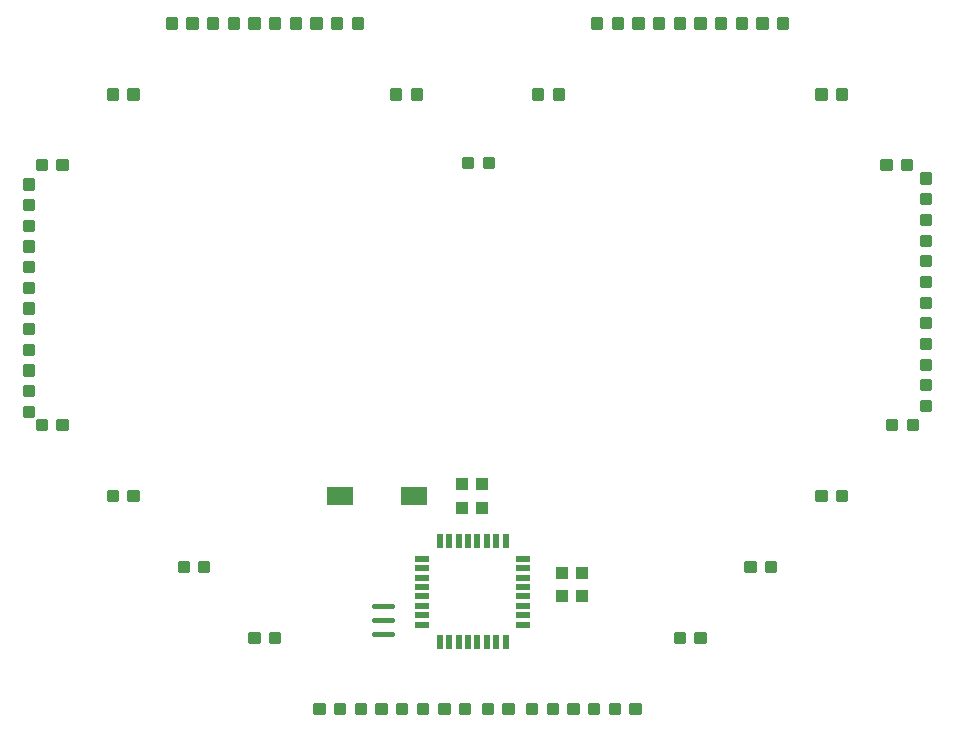
<source format=gtp>
G75*
%MOIN*%
%OFA0B0*%
%FSLAX25Y25*%
%IPPOS*%
%LPD*%
%AMOC8*
5,1,8,0,0,1.08239X$1,22.5*
%
%ADD10C,0.01181*%
%ADD11C,0.01772*%
%ADD12R,0.04331X0.03937*%
%ADD13R,0.05000X0.02200*%
%ADD14R,0.02200X0.05000*%
%ADD15R,0.09055X0.06299*%
D10*
X0084165Y0074427D02*
X0084165Y0077183D01*
X0084165Y0074427D02*
X0081409Y0074427D01*
X0081409Y0077183D01*
X0084165Y0077183D01*
X0084165Y0075607D02*
X0081409Y0075607D01*
X0081409Y0076787D02*
X0084165Y0076787D01*
X0091071Y0077183D02*
X0091071Y0074427D01*
X0088315Y0074427D01*
X0088315Y0077183D01*
X0091071Y0077183D01*
X0091071Y0075607D02*
X0088315Y0075607D01*
X0088315Y0076787D02*
X0091071Y0076787D01*
X0105819Y0053561D02*
X0105819Y0050805D01*
X0103063Y0050805D01*
X0103063Y0053561D01*
X0105819Y0053561D01*
X0105819Y0051985D02*
X0103063Y0051985D01*
X0103063Y0053165D02*
X0105819Y0053165D01*
X0112724Y0053561D02*
X0112724Y0050805D01*
X0109968Y0050805D01*
X0109968Y0053561D01*
X0112724Y0053561D01*
X0112724Y0051985D02*
X0109968Y0051985D01*
X0109968Y0053165D02*
X0112724Y0053165D01*
X0119598Y0053561D02*
X0119598Y0050805D01*
X0116842Y0050805D01*
X0116842Y0053561D01*
X0119598Y0053561D01*
X0119598Y0051985D02*
X0116842Y0051985D01*
X0116842Y0053165D02*
X0119598Y0053165D01*
X0126504Y0053561D02*
X0126504Y0050805D01*
X0123748Y0050805D01*
X0123748Y0053561D01*
X0126504Y0053561D01*
X0126504Y0051985D02*
X0123748Y0051985D01*
X0123748Y0053165D02*
X0126504Y0053165D01*
X0133378Y0053561D02*
X0133378Y0050805D01*
X0130622Y0050805D01*
X0130622Y0053561D01*
X0133378Y0053561D01*
X0133378Y0051985D02*
X0130622Y0051985D01*
X0130622Y0053165D02*
X0133378Y0053165D01*
X0140284Y0053561D02*
X0140284Y0050805D01*
X0137528Y0050805D01*
X0137528Y0053561D01*
X0140284Y0053561D01*
X0140284Y0051985D02*
X0137528Y0051985D01*
X0137528Y0053165D02*
X0140284Y0053165D01*
X0147512Y0053561D02*
X0147512Y0050805D01*
X0144756Y0050805D01*
X0144756Y0053561D01*
X0147512Y0053561D01*
X0147512Y0051985D02*
X0144756Y0051985D01*
X0144756Y0053165D02*
X0147512Y0053165D01*
X0154417Y0053561D02*
X0154417Y0050805D01*
X0151661Y0050805D01*
X0151661Y0053561D01*
X0154417Y0053561D01*
X0154417Y0051985D02*
X0151661Y0051985D01*
X0151661Y0053165D02*
X0154417Y0053165D01*
X0161882Y0053561D02*
X0161882Y0050805D01*
X0159126Y0050805D01*
X0159126Y0053561D01*
X0161882Y0053561D01*
X0161882Y0051985D02*
X0159126Y0051985D01*
X0159126Y0053165D02*
X0161882Y0053165D01*
X0168787Y0053561D02*
X0168787Y0050805D01*
X0166031Y0050805D01*
X0166031Y0053561D01*
X0168787Y0053561D01*
X0168787Y0051985D02*
X0166031Y0051985D01*
X0166031Y0053165D02*
X0168787Y0053165D01*
X0176685Y0053561D02*
X0176685Y0050805D01*
X0173929Y0050805D01*
X0173929Y0053561D01*
X0176685Y0053561D01*
X0176685Y0051985D02*
X0173929Y0051985D01*
X0173929Y0053165D02*
X0176685Y0053165D01*
X0183591Y0053561D02*
X0183591Y0050805D01*
X0180835Y0050805D01*
X0180835Y0053561D01*
X0183591Y0053561D01*
X0183591Y0051985D02*
X0180835Y0051985D01*
X0180835Y0053165D02*
X0183591Y0053165D01*
X0190465Y0053561D02*
X0190465Y0050805D01*
X0187709Y0050805D01*
X0187709Y0053561D01*
X0190465Y0053561D01*
X0190465Y0051985D02*
X0187709Y0051985D01*
X0187709Y0053165D02*
X0190465Y0053165D01*
X0197370Y0053561D02*
X0197370Y0050805D01*
X0194614Y0050805D01*
X0194614Y0053561D01*
X0197370Y0053561D01*
X0197370Y0051985D02*
X0194614Y0051985D01*
X0194614Y0053165D02*
X0197370Y0053165D01*
X0204244Y0053561D02*
X0204244Y0050805D01*
X0201488Y0050805D01*
X0201488Y0053561D01*
X0204244Y0053561D01*
X0204244Y0051985D02*
X0201488Y0051985D01*
X0201488Y0053165D02*
X0204244Y0053165D01*
X0211150Y0053561D02*
X0211150Y0050805D01*
X0208394Y0050805D01*
X0208394Y0053561D01*
X0211150Y0053561D01*
X0211150Y0051985D02*
X0208394Y0051985D01*
X0208394Y0053165D02*
X0211150Y0053165D01*
X0225898Y0074427D02*
X0225898Y0077183D01*
X0225898Y0074427D02*
X0223142Y0074427D01*
X0223142Y0077183D01*
X0225898Y0077183D01*
X0225898Y0075607D02*
X0223142Y0075607D01*
X0223142Y0076787D02*
X0225898Y0076787D01*
X0232803Y0077183D02*
X0232803Y0074427D01*
X0230047Y0074427D01*
X0230047Y0077183D01*
X0232803Y0077183D01*
X0232803Y0075607D02*
X0230047Y0075607D01*
X0230047Y0076787D02*
X0232803Y0076787D01*
X0249520Y0098049D02*
X0249520Y0100805D01*
X0249520Y0098049D02*
X0246764Y0098049D01*
X0246764Y0100805D01*
X0249520Y0100805D01*
X0249520Y0099229D02*
X0246764Y0099229D01*
X0246764Y0100409D02*
X0249520Y0100409D01*
X0256425Y0100805D02*
X0256425Y0098049D01*
X0253669Y0098049D01*
X0253669Y0100805D01*
X0256425Y0100805D01*
X0256425Y0099229D02*
X0253669Y0099229D01*
X0253669Y0100409D02*
X0256425Y0100409D01*
X0273142Y0121671D02*
X0273142Y0124427D01*
X0273142Y0121671D02*
X0270386Y0121671D01*
X0270386Y0124427D01*
X0273142Y0124427D01*
X0273142Y0122851D02*
X0270386Y0122851D01*
X0270386Y0124031D02*
X0273142Y0124031D01*
X0280047Y0124427D02*
X0280047Y0121671D01*
X0277291Y0121671D01*
X0277291Y0124427D01*
X0280047Y0124427D01*
X0280047Y0122851D02*
X0277291Y0122851D01*
X0277291Y0124031D02*
X0280047Y0124031D01*
X0296764Y0145293D02*
X0296764Y0148049D01*
X0296764Y0145293D02*
X0294008Y0145293D01*
X0294008Y0148049D01*
X0296764Y0148049D01*
X0296764Y0146473D02*
X0294008Y0146473D01*
X0294008Y0147653D02*
X0296764Y0147653D01*
X0303669Y0148049D02*
X0303669Y0145293D01*
X0300913Y0145293D01*
X0300913Y0148049D01*
X0303669Y0148049D01*
X0303669Y0146473D02*
X0300913Y0146473D01*
X0300913Y0147653D02*
X0303669Y0147653D01*
X0305335Y0154439D02*
X0308091Y0154439D01*
X0308091Y0151683D01*
X0305335Y0151683D01*
X0305335Y0154439D01*
X0305335Y0152863D02*
X0308091Y0152863D01*
X0308091Y0154043D02*
X0305335Y0154043D01*
X0305335Y0161345D02*
X0308091Y0161345D01*
X0308091Y0158589D01*
X0305335Y0158589D01*
X0305335Y0161345D01*
X0305335Y0159769D02*
X0308091Y0159769D01*
X0308091Y0160949D02*
X0305335Y0160949D01*
X0305335Y0168219D02*
X0308091Y0168219D01*
X0308091Y0165463D01*
X0305335Y0165463D01*
X0305335Y0168219D01*
X0305335Y0166643D02*
X0308091Y0166643D01*
X0308091Y0167823D02*
X0305335Y0167823D01*
X0305335Y0175124D02*
X0308091Y0175124D01*
X0308091Y0172368D01*
X0305335Y0172368D01*
X0305335Y0175124D01*
X0305335Y0173548D02*
X0308091Y0173548D01*
X0308091Y0174728D02*
X0305335Y0174728D01*
X0305335Y0181998D02*
X0308091Y0181998D01*
X0308091Y0179242D01*
X0305335Y0179242D01*
X0305335Y0181998D01*
X0305335Y0180422D02*
X0308091Y0180422D01*
X0308091Y0181602D02*
X0305335Y0181602D01*
X0305335Y0188904D02*
X0308091Y0188904D01*
X0308091Y0186148D01*
X0305335Y0186148D01*
X0305335Y0188904D01*
X0305335Y0187328D02*
X0308091Y0187328D01*
X0308091Y0188508D02*
X0305335Y0188508D01*
X0305335Y0195778D02*
X0308091Y0195778D01*
X0308091Y0193022D01*
X0305335Y0193022D01*
X0305335Y0195778D01*
X0305335Y0194202D02*
X0308091Y0194202D01*
X0308091Y0195382D02*
X0305335Y0195382D01*
X0305335Y0202683D02*
X0308091Y0202683D01*
X0308091Y0199927D01*
X0305335Y0199927D01*
X0305335Y0202683D01*
X0305335Y0201107D02*
X0308091Y0201107D01*
X0308091Y0202287D02*
X0305335Y0202287D01*
X0305335Y0209557D02*
X0308091Y0209557D01*
X0308091Y0206801D01*
X0305335Y0206801D01*
X0305335Y0209557D01*
X0305335Y0207981D02*
X0308091Y0207981D01*
X0308091Y0209161D02*
X0305335Y0209161D01*
X0305335Y0216463D02*
X0308091Y0216463D01*
X0308091Y0213707D01*
X0305335Y0213707D01*
X0305335Y0216463D01*
X0305335Y0214887D02*
X0308091Y0214887D01*
X0308091Y0216067D02*
X0305335Y0216067D01*
X0305335Y0223337D02*
X0308091Y0223337D01*
X0308091Y0220581D01*
X0305335Y0220581D01*
X0305335Y0223337D01*
X0305335Y0221761D02*
X0308091Y0221761D01*
X0308091Y0222941D02*
X0305335Y0222941D01*
X0305335Y0230242D02*
X0308091Y0230242D01*
X0308091Y0227486D01*
X0305335Y0227486D01*
X0305335Y0230242D01*
X0305335Y0228666D02*
X0308091Y0228666D01*
X0308091Y0229846D02*
X0305335Y0229846D01*
X0298945Y0231907D02*
X0298945Y0234663D01*
X0301701Y0234663D01*
X0301701Y0231907D01*
X0298945Y0231907D01*
X0298945Y0233087D02*
X0301701Y0233087D01*
X0301701Y0234267D02*
X0298945Y0234267D01*
X0292039Y0234663D02*
X0292039Y0231907D01*
X0292039Y0234663D02*
X0294795Y0234663D01*
X0294795Y0231907D01*
X0292039Y0231907D01*
X0292039Y0233087D02*
X0294795Y0233087D01*
X0294795Y0234267D02*
X0292039Y0234267D01*
X0277291Y0255529D02*
X0277291Y0258285D01*
X0280047Y0258285D01*
X0280047Y0255529D01*
X0277291Y0255529D01*
X0277291Y0256709D02*
X0280047Y0256709D01*
X0280047Y0257889D02*
X0277291Y0257889D01*
X0270386Y0258285D02*
X0270386Y0255529D01*
X0270386Y0258285D02*
X0273142Y0258285D01*
X0273142Y0255529D01*
X0270386Y0255529D01*
X0270386Y0256709D02*
X0273142Y0256709D01*
X0273142Y0257889D02*
X0270386Y0257889D01*
X0257606Y0279152D02*
X0257606Y0281908D01*
X0260362Y0281908D01*
X0260362Y0279152D01*
X0257606Y0279152D01*
X0257606Y0280332D02*
X0260362Y0280332D01*
X0260362Y0281512D02*
X0257606Y0281512D01*
X0250701Y0281908D02*
X0250701Y0279152D01*
X0250701Y0281908D02*
X0253457Y0281908D01*
X0253457Y0279152D01*
X0250701Y0279152D01*
X0250701Y0280332D02*
X0253457Y0280332D01*
X0253457Y0281512D02*
X0250701Y0281512D01*
X0243827Y0281908D02*
X0243827Y0279152D01*
X0243827Y0281908D02*
X0246583Y0281908D01*
X0246583Y0279152D01*
X0243827Y0279152D01*
X0243827Y0280332D02*
X0246583Y0280332D01*
X0246583Y0281512D02*
X0243827Y0281512D01*
X0236921Y0281908D02*
X0236921Y0279152D01*
X0236921Y0281908D02*
X0239677Y0281908D01*
X0239677Y0279152D01*
X0236921Y0279152D01*
X0236921Y0280332D02*
X0239677Y0280332D01*
X0239677Y0281512D02*
X0236921Y0281512D01*
X0230047Y0281908D02*
X0230047Y0279152D01*
X0230047Y0281908D02*
X0232803Y0281908D01*
X0232803Y0279152D01*
X0230047Y0279152D01*
X0230047Y0280332D02*
X0232803Y0280332D01*
X0232803Y0281512D02*
X0230047Y0281512D01*
X0223142Y0281908D02*
X0223142Y0279152D01*
X0223142Y0281908D02*
X0225898Y0281908D01*
X0225898Y0279152D01*
X0223142Y0279152D01*
X0223142Y0280332D02*
X0225898Y0280332D01*
X0225898Y0281512D02*
X0223142Y0281512D01*
X0216268Y0281908D02*
X0216268Y0279152D01*
X0216268Y0281908D02*
X0219024Y0281908D01*
X0219024Y0279152D01*
X0216268Y0279152D01*
X0216268Y0280332D02*
X0219024Y0280332D01*
X0219024Y0281512D02*
X0216268Y0281512D01*
X0209362Y0281908D02*
X0209362Y0279152D01*
X0209362Y0281908D02*
X0212118Y0281908D01*
X0212118Y0279152D01*
X0209362Y0279152D01*
X0209362Y0280332D02*
X0212118Y0280332D01*
X0212118Y0281512D02*
X0209362Y0281512D01*
X0202488Y0281908D02*
X0202488Y0279152D01*
X0202488Y0281908D02*
X0205244Y0281908D01*
X0205244Y0279152D01*
X0202488Y0279152D01*
X0202488Y0280332D02*
X0205244Y0280332D01*
X0205244Y0281512D02*
X0202488Y0281512D01*
X0195583Y0281908D02*
X0195583Y0279152D01*
X0195583Y0281908D02*
X0198339Y0281908D01*
X0198339Y0279152D01*
X0195583Y0279152D01*
X0195583Y0280332D02*
X0198339Y0280332D01*
X0198339Y0281512D02*
X0195583Y0281512D01*
X0182803Y0258285D02*
X0182803Y0255529D01*
X0182803Y0258285D02*
X0185559Y0258285D01*
X0185559Y0255529D01*
X0182803Y0255529D01*
X0182803Y0256709D02*
X0185559Y0256709D01*
X0185559Y0257889D02*
X0182803Y0257889D01*
X0175898Y0258285D02*
X0175898Y0255529D01*
X0175898Y0258285D02*
X0178654Y0258285D01*
X0178654Y0255529D01*
X0175898Y0255529D01*
X0175898Y0256709D02*
X0178654Y0256709D01*
X0178654Y0257889D02*
X0175898Y0257889D01*
X0159575Y0235451D02*
X0159575Y0232695D01*
X0159575Y0235451D02*
X0162331Y0235451D01*
X0162331Y0232695D01*
X0159575Y0232695D01*
X0159575Y0233875D02*
X0162331Y0233875D01*
X0162331Y0235055D02*
X0159575Y0235055D01*
X0152669Y0235451D02*
X0152669Y0232695D01*
X0152669Y0235451D02*
X0155425Y0235451D01*
X0155425Y0232695D01*
X0152669Y0232695D01*
X0152669Y0233875D02*
X0155425Y0233875D01*
X0155425Y0235055D02*
X0152669Y0235055D01*
X0135559Y0255529D02*
X0135559Y0258285D01*
X0138315Y0258285D01*
X0138315Y0255529D01*
X0135559Y0255529D01*
X0135559Y0256709D02*
X0138315Y0256709D01*
X0138315Y0257889D02*
X0135559Y0257889D01*
X0128653Y0258285D02*
X0128653Y0255529D01*
X0128653Y0258285D02*
X0131409Y0258285D01*
X0131409Y0255529D01*
X0128653Y0255529D01*
X0128653Y0256709D02*
X0131409Y0256709D01*
X0131409Y0257889D02*
X0128653Y0257889D01*
X0115874Y0279152D02*
X0115874Y0281908D01*
X0118630Y0281908D01*
X0118630Y0279152D01*
X0115874Y0279152D01*
X0115874Y0280332D02*
X0118630Y0280332D01*
X0118630Y0281512D02*
X0115874Y0281512D01*
X0108968Y0281908D02*
X0108968Y0279152D01*
X0108968Y0281908D02*
X0111724Y0281908D01*
X0111724Y0279152D01*
X0108968Y0279152D01*
X0108968Y0280332D02*
X0111724Y0280332D01*
X0111724Y0281512D02*
X0108968Y0281512D01*
X0102094Y0281908D02*
X0102094Y0279152D01*
X0102094Y0281908D02*
X0104850Y0281908D01*
X0104850Y0279152D01*
X0102094Y0279152D01*
X0102094Y0280332D02*
X0104850Y0280332D01*
X0104850Y0281512D02*
X0102094Y0281512D01*
X0095189Y0281908D02*
X0095189Y0279152D01*
X0095189Y0281908D02*
X0097945Y0281908D01*
X0097945Y0279152D01*
X0095189Y0279152D01*
X0095189Y0280332D02*
X0097945Y0280332D01*
X0097945Y0281512D02*
X0095189Y0281512D01*
X0088315Y0281908D02*
X0088315Y0279152D01*
X0088315Y0281908D02*
X0091071Y0281908D01*
X0091071Y0279152D01*
X0088315Y0279152D01*
X0088315Y0280332D02*
X0091071Y0280332D01*
X0091071Y0281512D02*
X0088315Y0281512D01*
X0081409Y0281908D02*
X0081409Y0279152D01*
X0081409Y0281908D02*
X0084165Y0281908D01*
X0084165Y0279152D01*
X0081409Y0279152D01*
X0081409Y0280332D02*
X0084165Y0280332D01*
X0084165Y0281512D02*
X0081409Y0281512D01*
X0074535Y0281908D02*
X0074535Y0279152D01*
X0074535Y0281908D02*
X0077291Y0281908D01*
X0077291Y0279152D01*
X0074535Y0279152D01*
X0074535Y0280332D02*
X0077291Y0280332D01*
X0077291Y0281512D02*
X0074535Y0281512D01*
X0067630Y0281908D02*
X0067630Y0279152D01*
X0067630Y0281908D02*
X0070386Y0281908D01*
X0070386Y0279152D01*
X0067630Y0279152D01*
X0067630Y0280332D02*
X0070386Y0280332D01*
X0070386Y0281512D02*
X0067630Y0281512D01*
X0060756Y0281908D02*
X0060756Y0279152D01*
X0060756Y0281908D02*
X0063512Y0281908D01*
X0063512Y0279152D01*
X0060756Y0279152D01*
X0060756Y0280332D02*
X0063512Y0280332D01*
X0063512Y0281512D02*
X0060756Y0281512D01*
X0053850Y0281908D02*
X0053850Y0279152D01*
X0053850Y0281908D02*
X0056606Y0281908D01*
X0056606Y0279152D01*
X0053850Y0279152D01*
X0053850Y0280332D02*
X0056606Y0280332D01*
X0056606Y0281512D02*
X0053850Y0281512D01*
X0041071Y0258285D02*
X0041071Y0255529D01*
X0041071Y0258285D02*
X0043827Y0258285D01*
X0043827Y0255529D01*
X0041071Y0255529D01*
X0041071Y0256709D02*
X0043827Y0256709D01*
X0043827Y0257889D02*
X0041071Y0257889D01*
X0034165Y0258285D02*
X0034165Y0255529D01*
X0034165Y0258285D02*
X0036921Y0258285D01*
X0036921Y0255529D01*
X0034165Y0255529D01*
X0034165Y0256709D02*
X0036921Y0256709D01*
X0036921Y0257889D02*
X0034165Y0257889D01*
X0017449Y0234663D02*
X0017449Y0231907D01*
X0017449Y0234663D02*
X0020205Y0234663D01*
X0020205Y0231907D01*
X0017449Y0231907D01*
X0017449Y0233087D02*
X0020205Y0233087D01*
X0020205Y0234267D02*
X0017449Y0234267D01*
X0010543Y0234663D02*
X0010543Y0231907D01*
X0010543Y0234663D02*
X0013299Y0234663D01*
X0013299Y0231907D01*
X0010543Y0231907D01*
X0010543Y0233087D02*
X0013299Y0233087D01*
X0013299Y0234267D02*
X0010543Y0234267D01*
X0008878Y0225518D02*
X0006122Y0225518D01*
X0006122Y0228274D01*
X0008878Y0228274D01*
X0008878Y0225518D01*
X0008878Y0226698D02*
X0006122Y0226698D01*
X0006122Y0227878D02*
X0008878Y0227878D01*
X0008878Y0218612D02*
X0006122Y0218612D01*
X0006122Y0221368D01*
X0008878Y0221368D01*
X0008878Y0218612D01*
X0008878Y0219792D02*
X0006122Y0219792D01*
X0006122Y0220972D02*
X0008878Y0220972D01*
X0008878Y0211738D02*
X0006122Y0211738D01*
X0006122Y0214494D01*
X0008878Y0214494D01*
X0008878Y0211738D01*
X0008878Y0212918D02*
X0006122Y0212918D01*
X0006122Y0214098D02*
X0008878Y0214098D01*
X0008878Y0204833D02*
X0006122Y0204833D01*
X0006122Y0207589D01*
X0008878Y0207589D01*
X0008878Y0204833D01*
X0008878Y0206013D02*
X0006122Y0206013D01*
X0006122Y0207193D02*
X0008878Y0207193D01*
X0008878Y0197959D02*
X0006122Y0197959D01*
X0006122Y0200715D01*
X0008878Y0200715D01*
X0008878Y0197959D01*
X0008878Y0199139D02*
X0006122Y0199139D01*
X0006122Y0200319D02*
X0008878Y0200319D01*
X0008878Y0191053D02*
X0006122Y0191053D01*
X0006122Y0193809D01*
X0008878Y0193809D01*
X0008878Y0191053D01*
X0008878Y0192233D02*
X0006122Y0192233D01*
X0006122Y0193413D02*
X0008878Y0193413D01*
X0008878Y0184179D02*
X0006122Y0184179D01*
X0006122Y0186935D01*
X0008878Y0186935D01*
X0008878Y0184179D01*
X0008878Y0185359D02*
X0006122Y0185359D01*
X0006122Y0186539D02*
X0008878Y0186539D01*
X0008878Y0177274D02*
X0006122Y0177274D01*
X0006122Y0180030D01*
X0008878Y0180030D01*
X0008878Y0177274D01*
X0008878Y0178454D02*
X0006122Y0178454D01*
X0006122Y0179634D02*
X0008878Y0179634D01*
X0008878Y0170400D02*
X0006122Y0170400D01*
X0006122Y0173156D01*
X0008878Y0173156D01*
X0008878Y0170400D01*
X0008878Y0171580D02*
X0006122Y0171580D01*
X0006122Y0172760D02*
X0008878Y0172760D01*
X0008878Y0163494D02*
X0006122Y0163494D01*
X0006122Y0166250D01*
X0008878Y0166250D01*
X0008878Y0163494D01*
X0008878Y0164674D02*
X0006122Y0164674D01*
X0006122Y0165854D02*
X0008878Y0165854D01*
X0008878Y0156620D02*
X0006122Y0156620D01*
X0006122Y0159376D01*
X0008878Y0159376D01*
X0008878Y0156620D01*
X0008878Y0157800D02*
X0006122Y0157800D01*
X0006122Y0158980D02*
X0008878Y0158980D01*
X0008878Y0149715D02*
X0006122Y0149715D01*
X0006122Y0152471D01*
X0008878Y0152471D01*
X0008878Y0149715D01*
X0008878Y0150895D02*
X0006122Y0150895D01*
X0006122Y0152075D02*
X0008878Y0152075D01*
X0013299Y0148049D02*
X0013299Y0145293D01*
X0010543Y0145293D01*
X0010543Y0148049D01*
X0013299Y0148049D01*
X0013299Y0146473D02*
X0010543Y0146473D01*
X0010543Y0147653D02*
X0013299Y0147653D01*
X0020205Y0148049D02*
X0020205Y0145293D01*
X0017449Y0145293D01*
X0017449Y0148049D01*
X0020205Y0148049D01*
X0020205Y0146473D02*
X0017449Y0146473D01*
X0017449Y0147653D02*
X0020205Y0147653D01*
X0036921Y0124427D02*
X0036921Y0121671D01*
X0034165Y0121671D01*
X0034165Y0124427D01*
X0036921Y0124427D01*
X0036921Y0122851D02*
X0034165Y0122851D01*
X0034165Y0124031D02*
X0036921Y0124031D01*
X0043827Y0124427D02*
X0043827Y0121671D01*
X0041071Y0121671D01*
X0041071Y0124427D01*
X0043827Y0124427D01*
X0043827Y0122851D02*
X0041071Y0122851D01*
X0041071Y0124031D02*
X0043827Y0124031D01*
X0060543Y0100805D02*
X0060543Y0098049D01*
X0057787Y0098049D01*
X0057787Y0100805D01*
X0060543Y0100805D01*
X0060543Y0099229D02*
X0057787Y0099229D01*
X0057787Y0100409D02*
X0060543Y0100409D01*
X0067449Y0100805D02*
X0067449Y0098049D01*
X0064693Y0098049D01*
X0064693Y0100805D01*
X0067449Y0100805D01*
X0067449Y0099229D02*
X0064693Y0099229D01*
X0064693Y0100409D02*
X0067449Y0100409D01*
D11*
X0122746Y0086435D02*
X0128474Y0086435D01*
X0128474Y0081711D02*
X0122746Y0081711D01*
X0122746Y0076986D02*
X0128474Y0076986D01*
D12*
X0151791Y0119112D03*
X0158484Y0119112D03*
X0158484Y0126986D03*
X0151791Y0126986D03*
X0185256Y0097459D03*
X0185256Y0089585D03*
X0191949Y0089585D03*
X0191949Y0097459D03*
D13*
X0172431Y0099033D03*
X0172431Y0095884D03*
X0172431Y0092734D03*
X0172431Y0089585D03*
X0172431Y0086435D03*
X0172431Y0083285D03*
X0172431Y0080136D03*
X0172431Y0102183D03*
X0138631Y0102183D03*
X0138631Y0099033D03*
X0138631Y0095884D03*
X0138631Y0092734D03*
X0138631Y0089585D03*
X0138631Y0086435D03*
X0138631Y0083285D03*
X0138631Y0080136D03*
D14*
X0144508Y0074259D03*
X0147657Y0074259D03*
X0150807Y0074259D03*
X0153957Y0074259D03*
X0157106Y0074259D03*
X0160256Y0074259D03*
X0163406Y0074259D03*
X0166555Y0074259D03*
X0166555Y0108059D03*
X0163406Y0108059D03*
X0160256Y0108059D03*
X0157106Y0108059D03*
X0153957Y0108059D03*
X0150807Y0108059D03*
X0147657Y0108059D03*
X0144508Y0108059D03*
D15*
X0136043Y0123049D03*
X0111240Y0123049D03*
M02*

</source>
